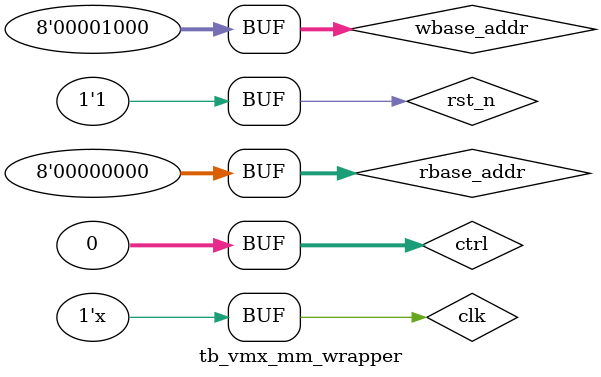
<source format=v>

`timescale 1 ns / 1 ps

module tb_vmx_mm_wrapper();

reg clk;
reg rst_n;
reg [7:0] rbase_addr;
reg [7:0] wbase_addr;
reg [31:0] ctrl;

wire wr_en;
wire [7:0] addr;
wire [127:0] d_o;
wire [31:0] flag;

reg [63:0] d_i;
reg [63:0] memory [0:15];

integer i;

initial begin
    memory[16'h0] = {16'd1, 16'd2, 16'd3, 16'd4};
    memory[16'h1] = {16'd5, 16'd6, 16'd7, 16'd8};
    memory[16'h2] = {16'd4, 16'd3, 16'd2, 16'd1};
    memory[16'h3] = {16'd8, 16'd7, 16'd6, 16'd5};
    memory[16'h4] = {16'd1, 16'd2, 16'd3, 16'd4};
    memory[16'h5] = {16'd5, 16'd6, 16'd7, 16'd8};
    memory[16'h6] = {16'd4, 16'd3, 16'd2, 16'd1};
    memory[16'h7] = {16'd8, 16'd7, 16'd6, 16'd5};
    memory[16'h8] = {16'd0, 16'd0, 16'd0, 16'd0};
    memory[16'h9] = {16'd0, 16'd0, 16'd0, 16'd0};
    memory[16'hA] = {16'd0, 16'd0, 16'd0, 16'd0};
    memory[16'hB] = {16'd0, 16'd0, 16'd0, 16'd0};
    memory[16'hC] = {16'd0, 16'd0, 16'd0, 16'd0};
    memory[16'hD] = {16'd0, 16'd0, 16'd0, 16'd0};
    memory[16'hE] = {16'd0, 16'd0, 16'd0, 16'd0};
    memory[16'hF] = {16'd0, 16'd0, 16'd0, 16'd0};
    clk = 0;
    rst_n = 1;
    rbase_addr = 0;
    wbase_addr = 8;
    d_i = 0;
    ctrl = 0;
    #5
    rst_n = 0;
    #5
    rst_n = 1;
    #10
    ctrl[1] = 1;
    #10
    ctrl[1] = 0;
    #400
    ctrl[1] = 1;
    #10
    ctrl[1] = 0;
end

always
    #10 clk = ~clk;

always @(*) begin
    d_i = memory[addr];
end

always @( posedge clk ) begin
    memory[addr] = (wr_en) ? d_o[0+:64] : memory[addr];
    memory[addr+1] = (wr_en) ? d_o[64+:64] : memory[addr+1];
end

vmx_mm_wrapper my_mm_vmx(
    .rbase_addr(rbase_addr),
    .wbase_addr(wbase_addr),
    .clk(clk),
    .rst_n(rst_n),
    .addr(addr),
    .wr_en(wr_en),
    .d_i(d_i),
    .d_o(d_o),
    .ctrl(ctrl),
    .flag(flag)
);

endmodule
</source>
